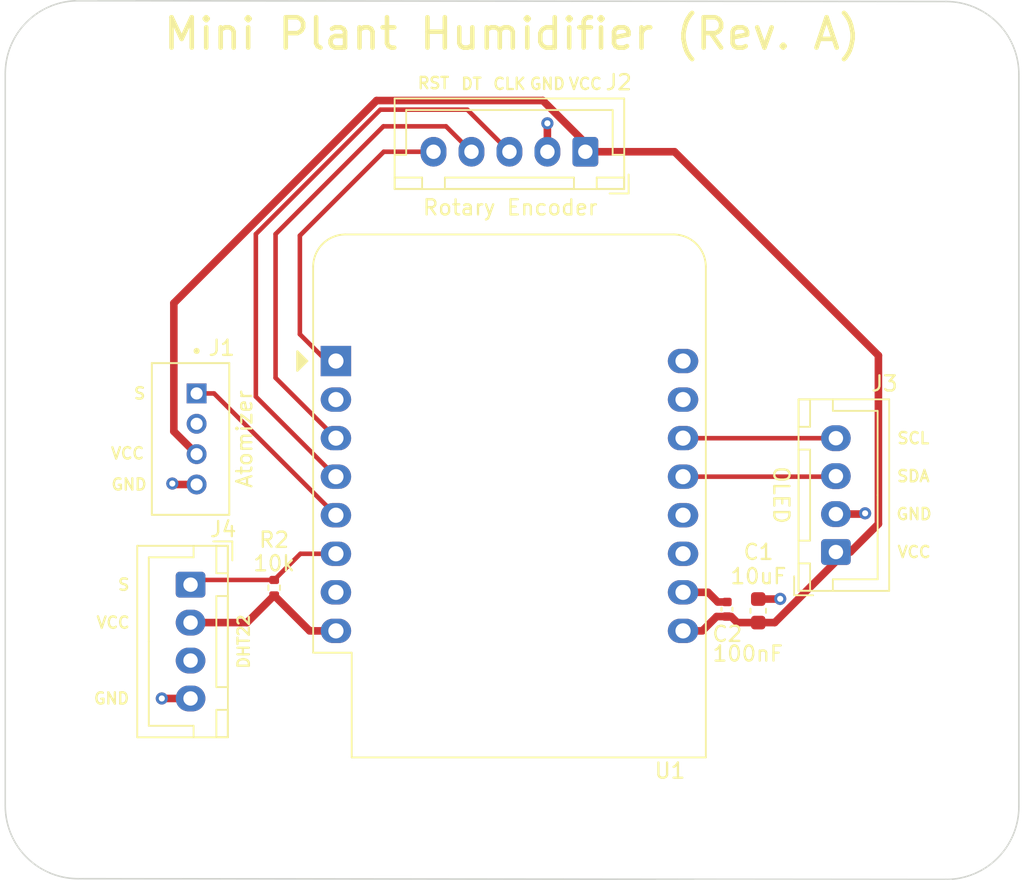
<source format=kicad_pcb>
(kicad_pcb (version 20211014) (generator pcbnew)
  (title_block (title "Plant Humidifer") (rev "A") (comment 1 "Michael Ly") (comment 2 "Github.com/Michael-Q-Ly"))
  (layers (0 "F.Cu" signal) (31 "B.Cu" power) (34 "B.Paste" user) (35 "F.Paste" user) (36 "B.SilkS" user "B.Silkscreen") (37 "F.SilkS" user "F.Silkscreen") (38 "B.Mask" user) (39 "F.Mask" user) (44 "Edge.Cuts" user))
  (net 0 "")
  (net 1 "+5V")
  (net 2 "GND")
  (net 3 "/Atomizer")
  (net 5 "/OLED_SDA")
  (net 6 "/OLED_SCL")
  (net 7 "/Encoder_B")
  (net 8 "/Encoder_A")
  (net 10 "+3V3")
  (net 11 "/DHT22_Sense")
  (net 14 "/Rst_n")
  (footprint "MountingHole:MountingHole_2.2mm_M2" (layer "F.Cu") (at 60.6 104.75)
    (fp_text reference "H4" hide)
    (fp_text value "MountingHole")
    (pad "" np_thru_hole circle (at 0 0) (size 2.2 2.2) (drill 2.2) (layers *.Cu *.Mask))
  )
  (footprint "Connector_JST:JST_XH_B5B-XH-A_1x05_P2.50mm_Vertical" (layer "F.Cu") (at 94 61.775 180)
    (fp_text reference "J2" (at -2.2 4.575) (layer "F.SilkS"))
    (fp_text value "Conn_01x05_Female")
    (fp_line (start 0.75 -1.7) (end 9.25 -1.7) (layer "F.SilkS") (width 0.12))
    (fp_line (start 12.56 -2.46) (end -2.56 -2.46) (layer "F.SilkS") (width 0.12))
    (fp_line (start 12.56 3.51) (end 12.56 -2.46) (layer "F.SilkS") (width 0.12))
    (fp_line (start 10.75 -2.45) (end 10.75 -1.7) (layer "F.SilkS") (width 0.12))
    (fp_line (start 11.8 -0.2) (end 11.8 2.75) (layer "F.SilkS") (width 0.12))
    (fp_line (start -0.75 -1.7) (end -0.75 -2.45) (layer "F.SilkS") (width 0.12))
    (fp_line (start -0.75 -2.45) (end -2.55 -2.45) (layer "F.SilkS") (width 0.12))
    (fp_line (start -2.85 -2.75) (end -2.85 -1.5) (layer "F.SilkS") (width 0.12))
    (fp_line (start -2.55 -0.2) (end -1.8 -0.2) (layer "F.SilkS") (width 0.12))
    (fp_line (start -1.8 2.75) (end 5 2.75) (layer "F.SilkS") (width 0.12))
    (fp_line (start -2.55 -1.7) (end -0.75 -1.7) (layer "F.SilkS") (width 0.12))
    (fp_line (start -2.56 -2.46) (end -2.56 3.51) (layer "F.SilkS") (width 0.12))
    (fp_line (start -1.8 -0.2) (end -1.8 2.75) (layer "F.SilkS") (width 0.12))
    (fp_line (start -1.6 -2.75) (end -2.85 -2.75) (layer "F.SilkS") (width 0.12))
    (fp_line (start 9.25 -2.45) (end 0.75 -2.45) (layer "F.SilkS") (width 0.12))
    (fp_line (start 12.55 -0.2) (end 11.8 -0.2) (layer "F.SilkS") (width 0.12))
    (fp_line (start -2.55 -2.45) (end -2.55 -1.7) (layer "F.SilkS") (width 0.12))
    (fp_line (start 12.55 -1.7) (end 12.55 -2.45) (layer "F.SilkS") (width 0.12))
    (fp_line (start 11.8 2.75) (end 5 2.75) (layer "F.SilkS") (width 0.12))
    (fp_line (start 12.55 -2.45) (end 10.75 -2.45) (layer "F.SilkS") (width 0.12))
    (fp_line (start 10.75 -1.7) (end 12.55 -1.7) (layer "F.SilkS") (width 0.12))
    (fp_line (start 9.25 -1.7) (end 9.25 -2.45) (layer "F.SilkS") (width 0.12))
    (fp_line (start -2.56 3.51) (end 12.56 3.51) (layer "F.SilkS") (width 0.12))
    (fp_line (start 0.75 -2.45) (end 0.75 -1.7) (layer "F.SilkS") (width 0.12))
    (pad "1" thru_hole roundrect (at 0 0 180) (size 1.7 1.95) (drill 0.95) (layers *.Cu *.Mask) (roundrect_rratio 0.147059) (net 1 "+5V"))
    (pad "2" thru_hole oval (at 2.5 0 180) (size 1.7 1.95) (drill 0.95) (layers *.Cu *.Mask) (net 2 "GND"))
    (pad "3" thru_hole oval (at 5 0 180) (size 1.7 1.95) (drill 0.95) (layers *.Cu *.Mask) (net 7 "/Encoder_B"))
    (pad "4" thru_hole oval (at 7.5 0 180) (size 1.7 1.95) (drill 0.95) (layers *.Cu *.Mask) (net 8 "/Encoder_A"))
    (pad "5" thru_hole oval (at 10 0 180) (size 1.7 1.95) (drill 0.95) (layers *.Cu *.Mask) (net 14 "/Rst_n"))
  )
  (footprint "Capacitor_SMD:C_0603_1608Metric" (layer "F.Cu") (at 105.3846 92.0242 90)
    (fp_text reference "C1" (at 3.8742 0.0154) (layer "F.SilkS"))
    (fp_text value "10u")
    (fp_line (start -0.14058 -0.51) (end 0.14058 -0.51) (layer "F.SilkS") (width 0.12))
    (fp_line (start -0.14058 0.51) (end 0.14058 0.51) (layer "F.SilkS") (width 0.12))
    (pad "1" smd roundrect (at -0.775 0 90) (size 0.9 0.95) (layers "F.Cu" "F.Paste" "F.Mask") (net 1 "+5V"))
    (pad "2" smd roundrect (at 0.775 0 90) (size 0.9 0.95) (layers "F.Cu" "F.Paste" "F.Mask") (net 2 "GND"))
  )
  (footprint "Capacitor_SMD:C_0402_1005Metric" (layer "F.Cu") (at 103.3272 91.9226 90)
    (fp_text reference "C2" (at -1.6274 0.0228 180) (layer "F.SilkS"))
    (fp_text value "100n")
    (fp_line (start -0.107836 -0.36) (end 0.107836 -0.36) (layer "F.SilkS") (width 0.12))
    (fp_line (start -0.107836 0.36) (end 0.107836 0.36) (layer "F.SilkS") (width 0.12))
    (pad "1" smd roundrect (at -0.48 0 90) (size 0.56 0.62) (layers "F.Cu" "F.Paste" "F.Mask") (net 1 "+5V"))
    (pad "2" smd roundrect (at 0.48 0 90) (size 0.56 0.62) (layers "F.Cu" "F.Paste" "F.Mask") (net 2 "GND"))
  )
  (footprint "Connector_JST:JST_XH_B4B-XH-A_1x04_P2.50mm_Vertical" (layer "F.Cu") (at 68 90.3 -90)
    (fp_text reference "J4" (at -3.65 -2.15 180) (layer "F.SilkS"))
    (fp_text value "Conn_01x04_Female")
    (fp_line (start -2.56 3.51) (end 10.06 3.51) (layer "F.SilkS") (width 0.12))
    (fp_line (start 6.75 -1.7) (end 6.75 -2.45) (layer "F.SilkS") (width 0.12))
    (fp_line (start 0.75 -2.45) (end 0.75 -1.7) (layer "F.SilkS") (width 0.12))
    (fp_line (start -2.55 -2.45) (end -2.55 -1.7) (layer "F.SilkS") (width 0.12))
    (fp_line (start 8.25 -2.45) (end 8.25 -1.7) (layer "F.SilkS") (width 0.12))
    (fp_line (start 8.25 -1.7) (end 10.05 -1.7) (layer "F.SilkS") (width 0.12))
    (fp_line (start -2.85 -2.75) (end -2.85 -1.5) (layer "F.SilkS") (width 0.12))
    (fp_line (start -1.8 -0.2) (end -1.8 2.75) (layer "F.SilkS") (width 0.12))
    (fp_line (start -1.6 -2.75) (end -2.85 -2.75) (layer "F.SilkS") (width 0.12))
    (fp_line (start 0.75 -1.7) (end 6.75 -1.7) (layer "F.SilkS") (width 0.12))
    (fp_line (start 9.3 -0.2) (end 9.3 2.75) (layer "F.SilkS") (width 0.12))
    (fp_line (start 10.05 -1.7) (end 10.05 -2.45) (layer "F.SilkS") (width 0.12))
    (fp_line (start 10.05 -2.45) (end 8.25 -2.45) (layer "F.SilkS") (width 0.12))
    (fp_line (start -2.55 -1.7) (end -0.75 -1.7) (layer "F.SilkS") (width 0.12))
    (fp_line (start -0.75 -1.7) (end -0.75 -2.45) (layer "F.SilkS") (width 0.12))
    (fp_line (start -2.55 -0.2) (end -1.8 -0.2) (layer "F.SilkS") (width 0.12))
    (fp_line (start -2.56 -2.46) (end -2.56 3.51) (layer "F.SilkS") (width 0.12))
    (fp_line (start 10.05 -0.2) (end 9.3 -0.2) (layer "F.SilkS") (width 0.12))
    (fp_line (start 9.3 2.75) (end 3.75 2.75) (layer "F.SilkS") (width 0.12))
    (fp_line (start -0.75 -2.45) (end -2.55 -2.45) (layer "F.SilkS") (width 0.12))
    (fp_line (start 10.06 -2.46) (end -2.56 -2.46) (layer "F.SilkS") (width 0.12))
    (fp_line (start 6.75 -2.45) (end 0.75 -2.45) (layer "F.SilkS") (width 0.12))
    (fp_line (start 10.06 3.51) (end 10.06 -2.46) (layer "F.SilkS") (width 0.12))
    (fp_line (start -1.8 2.75) (end 3.75 2.75) (layer "F.SilkS") (width 0.12))
    (pad "1" thru_hole roundrect (at 0 0 270) (size 1.7 1.95) (drill 0.95) (layers *.Cu *.Mask) (roundrect_rratio 0.147059) (net 11 "/DHT22_Sense"))
    (pad "2" thru_hole oval (at 2.5 0 270) (size 1.7 1.95) (drill 0.95) (layers *.Cu *.Mask) (net 10 "+3V3"))
    (pad "3" thru_hole oval (at 5 0 270) (size 1.7 1.95) (drill 0.95) (layers *.Cu *.Mask))
    (pad "4" thru_hole oval (at 7.5 0 270) (size 1.7 1.95) (drill 0.95) (layers *.Cu *.Mask) (net 2 "GND"))
  )
  (footprint "MountingHole:MountingHole_2.2mm_M2" (layer "F.Cu") (at 117.75 104.75)
    (fp_text reference "H3" hide)
    (fp_text value "MountingHole")
    (pad "" np_thru_hole circle (at 0 0) (size 2.2 2.2) (drill 2.2) (layers *.Cu *.Mask))
  )
  (footprint "Resistor_SMD:R_0402_1005Metric" (layer "F.Cu") (at 73.5076 90.5 90)
    (fp_text reference "R2" (at 3.15 -0.0076 180) (layer "F.SilkS"))
    (fp_text value "10k")
    (fp_line (start -0.153641 -0.38) (end 0.153641 -0.38) (layer "F.SilkS") (width 0.12))
    (fp_line (start -0.153641 0.38) (end 0.153641 0.38) (layer "F.SilkS") (width 0.12))
    (pad "1" smd roundrect (at -0.51 0 90) (size 0.54 0.64) (layers "F.Cu" "F.Paste" "F.Mask") (net 10 "+3V3"))
    (pad "2" smd roundrect (at 0.51 0 90) (size 0.54 0.64) (layers "F.Cu" "F.Paste" "F.Mask") (net 11 "/DHT22_Sense"))
  )
  (footprint "Connector_JST:JST_XH_B4B-XH-A_1x04_P2.50mm_Vertical" (layer "F.Cu") (at 110.5 88.15 90)
    (fp_text reference "J3" (at 11.1 3.2 180) (layer "F.SilkS"))
    (fp_text value "Conn_01x04_Female")
    (fp_line (start 8.25 -1.7) (end 10.05 -1.7) (layer "F.SilkS") (width 0.12))
    (fp_line (start 6.75 -2.45) (end 0.75 -2.45) (layer "F.SilkS") (width 0.12))
    (fp_line (start -1.6 -2.75) (end -2.85 -2.75) (layer "F.SilkS") (width 0.12))
    (fp_line (start -0.75 -2.45) (end -2.55 -2.45) (layer "F.SilkS") (width 0.12))
    (fp_line (start 10.05 -2.45) (end 8.25 -2.45) (layer "F.SilkS") (width 0.12))
    (fp_line (start -2.85 -2.75) (end -2.85 -1.5) (layer "F.SilkS") (width 0.12))
    (fp_line (start 0.75 -2.45) (end 0.75 -1.7) (layer "F.SilkS") (width 0.12))
    (fp_line (start 9.3 -0.2) (end 9.3 2.75) (layer "F.SilkS") (width 0.12))
    (fp_line (start -1.8 2.75) (end 3.75 2.75) (layer "F.SilkS") (width 0.12))
    (fp_line (start -1.8 -0.2) (end -1.8 2.75) (layer "F.SilkS") (width 0.12))
    (fp_line (start 8.25 -2.45) (end 8.25 -1.7) (layer "F.SilkS") (width 0.12))
    (fp_line (start 10.06 -2.46) (end -2.56 -2.46) (layer "F.SilkS") (width 0.12))
    (fp_line (start -0.75 -1.7) (end -0.75 -2.45) (layer "F.SilkS") (width 0.12))
    (fp_line (start 10.06 3.51) (end 10.06 -2.46) (layer "F.SilkS") (width 0.12))
    (fp_line (start 6.75 -1.7) (end 6.75 -2.45) (layer "F.SilkS") (width 0.12))
    (fp_line (start -2.55 -2.45) (end -2.55 -1.7) (layer "F.SilkS") (width 0.12))
    (fp_line (start -2.55 -0.2) (end -1.8 -0.2) (layer "F.SilkS") (width 0.12))
    (fp_line (start 10.05 -1.7) (end 10.05 -2.45) (layer "F.SilkS") (width 0.12))
    (fp_line (start 9.3 2.75) (end 3.75 2.75) (layer "F.SilkS") (width 0.12))
    (fp_line (start -2.55 -1.7) (end -0.75 -1.7) (layer "F.SilkS") (width 0.12))
    (fp_line (start 10.05 -0.2) (end 9.3 -0.2) (layer "F.SilkS") (width 0.12))
    (fp_line (start 0.75 -1.7) (end 6.75 -1.7) (layer "F.SilkS") (width 0.12))
    (fp_line (start -2.56 3.51) (end 10.06 3.51) (layer "F.SilkS") (width 0.12))
    (fp_line (start -2.56 -2.46) (end -2.56 3.51) (layer "F.SilkS") (width 0.12))
    (pad "1" thru_hole roundrect (at 0 0 90) (size 1.7 1.95) (drill 0.95) (layers *.Cu *.Mask) (roundrect_rratio 0.147059) (net 1 "+5V"))
    (pad "2" thru_hole oval (at 2.5 0 90) (size 1.7 1.95) (drill 0.95) (layers *.Cu *.Mask) (net 2 "GND"))
    (pad "3" thru_hole oval (at 5 0 90) (size 1.7 1.95) (drill 0.95) (layers *.Cu *.Mask) (net 5 "/OLED_SDA"))
    (pad "4" thru_hole oval (at 7.5 0 90) (size 1.7 1.95) (drill 0.95) (layers *.Cu *.Mask) (net 6 "/OLED_SCL"))
  )
  (footprint "MountingHole:MountingHole_2.2mm_M2" (layer "F.Cu") (at 117.75 56.65)
    (fp_text reference "H2" hide)
    (fp_text value "MountingHole")
    (pad "" np_thru_hole circle (at 0 0) (size 2.2 2.2) (drill 2.2) (layers *.Cu *.Mask))
  )
  (footprint "MountingHole:MountingHole_2.2mm_M2" (layer "F.Cu") (at 60.6 56.65)
    (fp_text reference "H1" hide)
    (fp_text value "MountingHole")
    (pad "" np_thru_hole circle (at 0 0) (size 2.2 2.2) (drill 2.2) (layers *.Cu *.Mask))
  )
  (footprint "Module:WEMOS_D1_mini_light" (layer "F.Cu") (at 77.574 75.565)
    (fp_text reference "U1" (at 22 27) (layer "F.SilkS"))
    (fp_text value "WeMos_D1_mini")
    (fp_line (start -1.5 19.22) (end 1.04 19.22) (layer "F.SilkS") (width 0.12))
    (fp_line (start 22.24 -8.34) (end 0.63 -8.34) (layer "F.SilkS") (width 0.12))
    (fp_line (start 1.04 26.12) (end 24.36 26.12) (layer "F.SilkS") (width 0.12))
    (fp_line (start 24.36 26.12) (end 24.36 -6.21) (layer "F.SilkS") (width 0.12))
    (fp_line (start -1.5 19.22) (end -1.5 -6.21) (layer "F.SilkS") (width 0.12))
    (fp_line (start 1.04 19.22) (end 1.04 26.12) (layer "F.SilkS") (width 0.12))
    (fp_arc (start -1.5 -6.21) (mid -0.876137 -7.716137) (end 0.63 -8.34) (layer "F.SilkS") (width 0.12))
    (fp_arc (start 22.23 -8.34) (mid 23.736137 -7.716137) (end 24.36 -6.21) (layer "F.SilkS") (width 0.12))
    (fp_poly (pts (xy -2.54 -0.635) (xy -2.54 0.635) (xy -1.905 0)) (layer "F.SilkS") (width 0.15) (fill solid))
    (pad "1" thru_hole rect (at 0 0) (size 2 2) (drill 1) (layers *.Cu *.Mask) (net 14 "/Rst_n"))
    (pad "2" thru_hole oval (at 0 2.54) (size 2 1.6) (drill 1) (layers *.Cu *.Mask))
    (pad "3" thru_hole oval (at 0 5.08) (size 2 1.6) (drill 1) (layers *.Cu *.Mask) (net 8 "/Encoder_A"))
    (pad "4" thru_hole oval (at 0 7.62) (size 2 1.6) (drill 1) (layers *.Cu *.Mask) (net 7 "/Encoder_B"))
    (pad "5" thru_hole oval (at 0 10.16) (size 2 1.6) (drill 1) (layers *.Cu *.Mask) (net 3 "/Atomizer"))
    (pad "6" thru_hole oval (at 0 12.7) (size 2 1.6) (drill 1) (layers *.Cu *.Mask) (net 11 "/DHT22_Sense"))
    (pad "7" thru_hole oval (at 0 15.24) (size 2 1.6) (drill 1) (layers *.Cu *.Mask))
    (pad "8" thru_hole oval (at 0 17.78) (size 2 1.6) (drill 1) (layers *.Cu *.Mask) (net 10 "+3V3"))
    (pad "9" thru_hole oval (at 22.86 17.78) (size 2 1.6) (drill 1) (layers *.Cu *.Mask) (net 1 "+5V"))
    (pad "10" thru_hole oval (at 22.86 15.24) (size 2 1.6) (drill 1) (layers *.Cu *.Mask) (net 2 "GND"))
    (pad "11" thru_hole oval (at 22.86 12.7) (size 2 1.6) (drill 1) (layers *.Cu *.Mask))
    (pad "12" thru_hole oval (at 22.86 10.16) (size 2 1.6) (drill 1) (layers *.Cu *.Mask))
    (pad "13" thru_hole oval (at 22.86 7.62) (size 2 1.6) (drill 1) (layers *.Cu *.Mask) (net 5 "/OLED_SDA"))
    (pad "14" thru_hole oval (at 22.86 5.08) (size 2 1.6) (drill 1) (layers *.Cu *.Mask) (net 6 "/OLED_SCL"))
    (pad "15" thru_hole oval (at 22.86 2.54) (size 2 1.6) (drill 1) (layers *.Cu *.Mask))
    (pad "16" thru_hole oval (at 22.86 0) (size 2 1.6) (drill 1) (layers *.Cu *.Mask))
  )
  (footprint "Seeed_Connectors:SEEED_110990030" (layer "F.Cu") (at 68.4 80.7 -90)
    (fp_text reference "J1" (at -6 -1.65 180) (layer "F.SilkS"))
    (fp_text value "110990030")
    (fp_line (start -5 2.95) (end -5 -2.15) (layer "F.SilkS") (width 0.127))
    (fp_line (start 5 2.95) (end -5 2.95) (layer "F.SilkS") (width 0.127))
    (fp_line (start -5 -2.15) (end 5 -2.15) (layer "F.SilkS") (width 0.127))
    (fp_line (start 5 -2.15) (end 5 2.95) (layer "F.SilkS") (width 0.127))
    (fp_circle (center -5.8 0) (end -5.7 0) (layer "F.SilkS") (width 0.2) (fill none))
    (pad "1" thru_hole rect locked (at -3 0 270) (size 1.308 1.308) (drill 0.8) (layers *.Cu *.Mask) (net 3 "/Atomizer"))
    (pad "2" thru_hole circle locked (at -1 0 270) (size 1.308 1.308) (drill 0.8) (layers *.Cu *.Mask))
    (pad "3" thru_hole circle locked (at 1 0 270) (size 1.308 1.308) (drill 0.8) (layers *.Cu *.Mask) (net 1 "+5V"))
    (pad "4" thru_hole circle locked (at 3 0 270) (size 1.308 1.308) (drill 0.8) (layers *.Cu *.Mask) (net 2 "GND"))
  )
  (gr_line (start 122.55 56.675) (end 122.55 104.925) (layer "Edge.Cuts") (width 0.1))
  (gr_line (start 60.6 51.825) (end 117.75 51.875) (layer "Edge.Cuts") (width 0.1))
  (gr_arc (start 55.8 56.625) (mid 57.205887 53.230887) (end 60.6 51.825) (layer "Edge.Cuts") (width 0.1))
  (gr_line (start 60.6 109.675) (end 117.75 109.725) (layer "Edge.Cuts") (width 0.1))
  (gr_line (start 55.8 56.625) (end 55.8 104.875) (layer "Edge.Cuts") (width 0.1))
  (gr_arc (start 122.55 104.925) (mid 121.144113 108.319113) (end 117.75 109.725) (layer "Edge.Cuts") (width 0.1))
  (gr_arc (start 60.6 109.675) (mid 57.205887 108.269113) (end 55.8 104.875) (layer "Edge.Cuts") (width 0.1))
  (gr_arc (start 117.75 51.875) (mid 121.144113 53.280887) (end 122.55 56.675) (layer "Edge.Cuts") (width 0.1))
  (gr_text "VCC" (at 62.9 92.8) (layer "F.SilkS") (effects (font (size 0.75 0.75))))
  (gr_text "GND" (at 62.8 97.8) (layer "F.SilkS") (effects (font (size 0.75 0.75))))
  (gr_text "Mini Plant Humidifier (Rev. A)" (at 89.175 54) (layer "F.SilkS") (effects (font (size 2 2) (thickness 0.3))))
  (gr_text "RST" (at 84 57.25) (layer "F.SilkS") (effects (font (size 0.75 0.75))))
  (gr_text "S" (at 63.6 90.3) (layer "F.SilkS") (effects (font (size 0.75 0.75))))
  (gr_text "CLK" (at 89 57.3) (layer "F.SilkS") (effects (font (size 0.75 0.75))))
  (gr_text "S" (at 64.65 77.7) (layer "F.SilkS") (effects (font (size 0.75 0.75))))
  (gr_text "10uF" (at 105.4 89.75) (layer "F.SilkS") (effects (font (size 1 1))))
  (gr_text "VCC" (at 63.85 81.65) (layer "F.SilkS") (effects (font (size 0.75 0.75))))
  (gr_text "Rotary Encoder" (at 89.05 65.45) (layer "F.SilkS") (effects (font (size 1 1))))
  (gr_text "SCL" (at 115.6 80.65) (layer "F.SilkS") (effects (font (size 0.75 0.75))))
  (gr_text "OLED" (at 106.9 84.4 270) (layer "F.SilkS") (effects (font (size 1 1))))
  (gr_text "VCC" (at 94 57.3) (layer "F.SilkS") (effects (font (size 0.75 0.75))))
  (gr_text "GND" (at 115.65 85.65) (layer "F.SilkS") (effects (font (size 0.75 0.75))))
  (gr_text "GND" (at 91.5 57.3) (layer "F.SilkS") (effects (font (size 0.75 0.75))))
  (gr_text "DHT22" (at 71.5 94.05 90) (layer "F.SilkS") (effects (font (size 0.75 0.75))))
  (gr_text "Atomizer" (at 71.55 80.7 90) (layer "F.SilkS") (effects (font (size 1 1))))
  (gr_text "100nF" (at 104.7 94.85) (layer "F.SilkS") (effects (font (size 1 1))))
  (gr_text "GND" (at 63.95 83.7) (layer "F.SilkS") (effects (font (size 0.75 0.75))))
  (gr_text "10k" (at 73.5 88.9) (layer "F.SilkS") (effects (font (size 1 1))))
  (gr_text "VCC" (at 115.65 88.15) (layer "F.SilkS") (effects (font (size 0.75 0.75))))
  (gr_text "SDA" (at 115.6 83.15) (layer "F.SilkS") (effects (font (size 0.75 0.75))))
  (gr_text "DT" (at 86.5 57.3) (layer "F.SilkS") (effects (font (size 0.75 0.75))))
  (segment (start 103.3272 92.4026) (end 103.604 92.4026) (width 0.5) (layer "F.Cu") (net 1))
  (segment (start 99.875 61.775) (end 113.3 75.2) (width 0.5) (layer "F.Cu") (net 1))
  (segment (start 66.9 80.2) (end 66.9 71.751472) (width 0.5) (layer "F.Cu") (net 1))
  (segment (start 66.9 71.751472) (end 80.251472 58.4) (width 0.5) (layer "F.Cu") (net 1))
  (segment (start 94 61.775) (end 99.875 61.775) (width 0.5) (layer "F.Cu") (net 1))
  (segment (start 111.45 88.15) (end 110.5 88.15) (width 0.5) (layer "F.Cu") (net 1))
  (segment (start 91.202082 58.4) (end 80.251472 58.4) (width 0.5) (layer "F.Cu") (net 1))
  (segment (start 106.472082 92.7992) (end 105.3846 92.7992) (width 0.5) (layer "F.Cu") (net 1))
  (segment (start 104.0006 92.7992) (end 105.3846 92.7992) (width 0.5) (layer "F.Cu") (net 1))
  (segment (start 103.604 92.4026) (end 104.0006 92.7992) (width 0.5) (layer "F.Cu") (net 1))
  (segment (start 94 61.197918) (end 91.202082 58.4) (width 0.5) (layer "F.Cu") (net 1))
  (segment (start 102.644 92.4026) (end 103.3272 92.4026) (width 0.5) (layer "F.Cu") (net 1))
  (segment (start 68.4 81.7) (end 66.9 80.2) (width 0.5) (layer "F.Cu") (net 1))
  (segment (start 113.3 86.3) (end 111.45 88.15) (width 0.5) (layer "F.Cu") (net 1))
  (segment (start 110.5 88.771282) (end 106.472082 92.7992) (width 0.5) (layer "F.Cu") (net 1))
  (segment (start 113.3 75.2) (end 113.3 86.3) (width 0.5) (layer "F.Cu") (net 1))
  (segment (start 101.7016 93.345) (end 102.644 92.4026) (width 0.5) (layer "F.Cu") (net 1))
  (segment (start 94 61.775) (end 94 61.197918) (width 0.5) (layer "F.Cu") (net 1))
  (segment (start 110.5 88.15) (end 110.5 88.771282) (width 0.5) (layer "F.Cu") (net 1))
  (segment (start 100.434 93.345) (end 101.7016 93.345) (width 0.5) (layer "F.Cu") (net 1))
  (segment (start 66.8625 83.7) (end 66.8 83.6375) (width 0.5) (layer "F.Cu") (net 2))
  (segment (start 106.82 91.2492) (end 106.8324 91.2368) (width 0.5) (layer "F.Cu") (net 2))
  (segment (start 100.434 90.805) (end 102.0826 90.805) (width 0.5) (layer "F.Cu") (net 2))
  (segment (start 91.5 61.775) (end 91.5 59.9) (width 0.5) (layer "F.Cu") (net 2))
  (segment (start 105.3846 91.2492) (end 106.82 91.2492) (width 0.5) (layer "F.Cu") (net 2))
  (segment (start 110.5 85.65) (end 112.375 85.65) (width 0.5) (layer "F.Cu") (net 2))
  (segment (start 68 97.8) (end 66.1076 97.8) (width 0.5) (layer "F.Cu") (net 2))
  (segment (start 102.0826 90.805) (end 102.7202 91.4426) (width 0.5) (layer "F.Cu") (net 2))
  (segment (start 68.4 83.7) (end 66.8625 83.7) (width 0.5) (layer "F.Cu") (net 2))
  (segment (start 102.7202 91.4426) (end 103.3272 91.4426) (width 0.5) (layer "F.Cu") (net 2))
  (segment (start 112.375 85.65) (end 112.425 85.6) (width 0.5) (layer "F.Cu") (net 2))
  (via (at 66.8 83.6375) (size 0.8) (drill 0.4) (layers "F.Cu" "B.Cu") (net 2))
  (via (at 91.5 59.9) (size 0.8) (drill 0.4) (layers "F.Cu" "B.Cu") (net 2))
  (via (at 66.1076 97.8) (size 0.8) (drill 0.4) (layers "F.Cu" "B.Cu") (net 2))
  (via (at 106.8324 91.2368) (size 0.8) (drill 0.4) (layers "F.Cu" "B.Cu") (net 2))
  (via (at 112.425 85.6) (size 0.8) (drill 0.4) (layers "F.Cu" "B.Cu") (net 2))
  (segment (start 69.549 77.7) (end 77.574 85.725) (width 0.3) (layer "F.Cu") (net 3))
  (segment (start 68.4 77.7) (end 69.549 77.7) (width 0.3) (layer "F.Cu") (net 3))
  (segment (start 110.465 83.185) (end 110.5 83.15) (width 0.3) (layer "F.Cu") (net 5))
  (segment (start 100.434 83.185) (end 110.465 83.185) (width 0.3) (layer "F.Cu") (net 5))
  (segment (start 100.439 80.65) (end 100.434 80.645) (width 0.3) (layer "F.Cu") (net 6))
  (segment (start 110.5 80.65) (end 100.439 80.65) (width 0.3) (layer "F.Cu") (net 6))
  (segment (start 72.3 77.911) (end 77.574 83.185) (width 0.3) (layer "F.Cu") (net 7))
  (segment (start 80.5 59) (end 72.3 67.2) (width 0.3) (layer "F.Cu") (net 7))
  (segment (start 86.225 59) (end 80.5 59) (width 0.3) (layer "F.Cu") (net 7))
  (segment (start 89 61.775) (end 86.225 59) (width 0.3) (layer "F.Cu") (net 7))
  (segment (start 72.3 67.2) (end 72.3 77.911) (width 0.3) (layer "F.Cu") (net 7))
  (segment (start 86.5 61.775) (end 84.825 60.1) (width 0.3) (layer "F.Cu") (net 8))
  (segment (start 73.6 67.2) (end 73.6 76.671) (width 0.3) (layer "F.Cu") (net 8))
  (segment (start 73.6 76.671) (end 77.574 80.645) (width 0.3) (layer "F.Cu") (net 8))
  (segment (start 80.7 60.1) (end 73.6 67.2) (width 0.3) (layer "F.Cu") (net 8))
  (segment (start 84.825 60.1) (end 80.7 60.1) (width 0.3) (layer "F.Cu") (net 8))
  (segment (start 68 92.8) (end 71.7176 92.8) (width 0.5) (layer "F.Cu") (net 10))
  (segment (start 73.5076 91.01) (end 75.8426 93.345) (width 0.5) (layer "F.Cu") (net 10))
  (segment (start 75.8426 93.345) (end 77.574 93.345) (width 0.5) (layer "F.Cu") (net 10))
  (segment (start 71.7176 92.8) (end 73.5076 91.01) (width 0.5) (layer "F.Cu") (net 10))
  (segment (start 68.31 89.99) (end 68 90.3) (width 0.3) (layer "F.Cu") (net 11))
  (segment (start 73.5076 89.99) (end 75.2326 88.265) (width 0.3) (layer "F.Cu") (net 11))
  (segment (start 75.2326 88.265) (end 77.574 88.265) (width 0.3) (layer "F.Cu") (net 11))
  (segment (start 73.5076 89.99) (end 68.31 89.99) (width 0.3) (layer "F.Cu") (net 11))
  (segment (start 84 61.775) (end 80.725 61.775) (width 0.3) (layer "F.Cu") (net 14))
  (segment (start 80.725 61.775) (end 75.2 67.3) (width 0.3) (layer "F.Cu") (net 14))
  (segment (start 75.2 73.8) (end 76.965 75.565) (width 0.3) (layer "F.Cu") (net 14))
  (segment (start 75.2 67.3) (end 75.2 73.8) (width 0.3) (layer "F.Cu") (net 14))
  (segment (start 76.965 75.565) (end 77.574 75.565) (width 0.3) (layer "F.Cu") (net 14))
)
</source>
